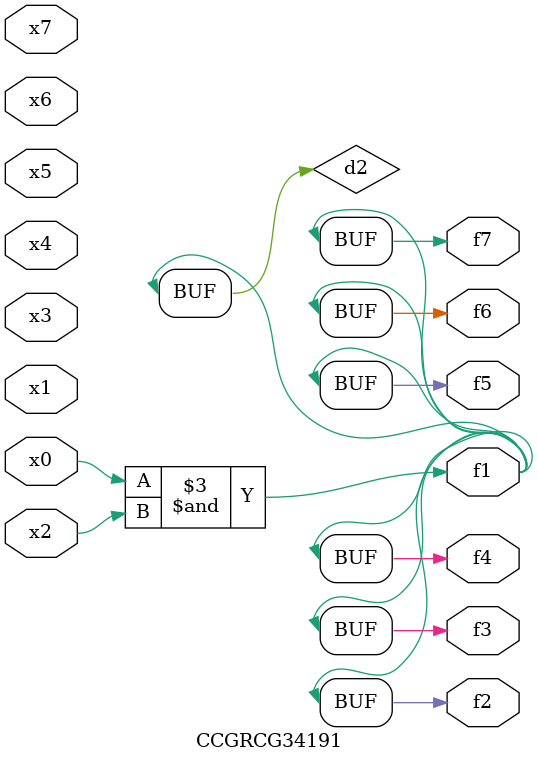
<source format=v>
module CCGRCG34191(
	input x0, x1, x2, x3, x4, x5, x6, x7,
	output f1, f2, f3, f4, f5, f6, f7
);

	wire d1, d2;

	nor (d1, x3, x6);
	and (d2, x0, x2);
	assign f1 = d2;
	assign f2 = d2;
	assign f3 = d2;
	assign f4 = d2;
	assign f5 = d2;
	assign f6 = d2;
	assign f7 = d2;
endmodule

</source>
